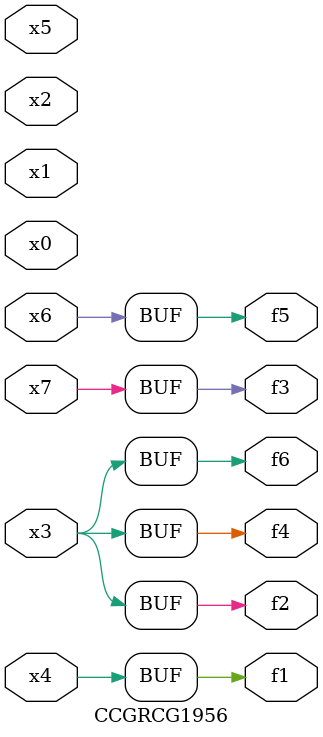
<source format=v>
module CCGRCG1956(
	input x0, x1, x2, x3, x4, x5, x6, x7,
	output f1, f2, f3, f4, f5, f6
);
	assign f1 = x4;
	assign f2 = x3;
	assign f3 = x7;
	assign f4 = x3;
	assign f5 = x6;
	assign f6 = x3;
endmodule

</source>
